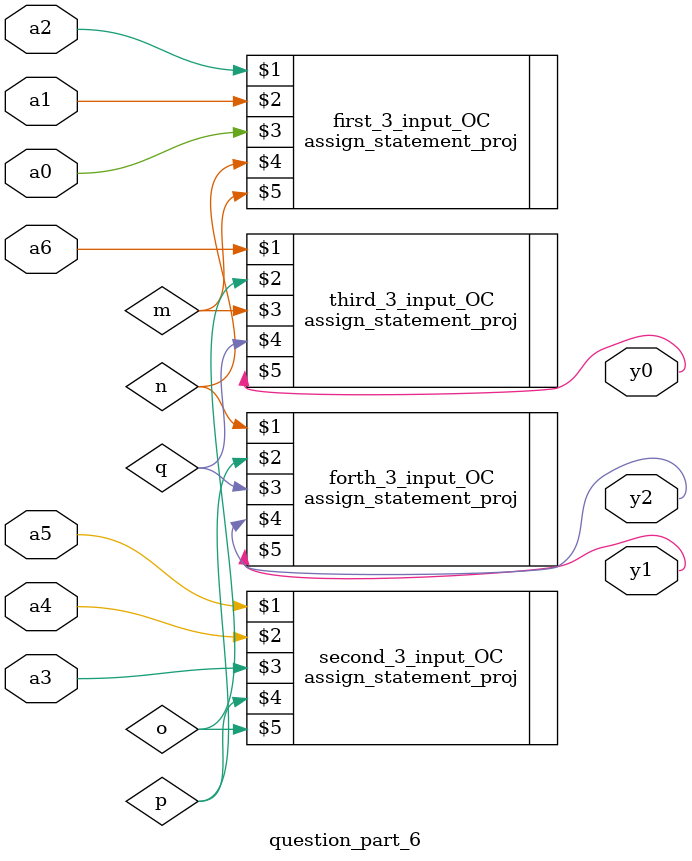
<source format=sv>
`timescale 1ns/1ns
module question_part_6(input a6, a5, a4, a3, a2, a1, a0, output y2, y1, y0);
    wire m, n, o, p, q;
    assign_statement_proj first_3_input_OC(a2, a1, a0, n, m);
    assign_statement_proj second_3_input_OC(a5, a4, a3, p, o);
    assign_statement_proj third_3_input_OC(a6, o, m, q, y0);
    assign_statement_proj forth_3_input_OC(n, p, q, y2, y1);
endmodule
</source>
